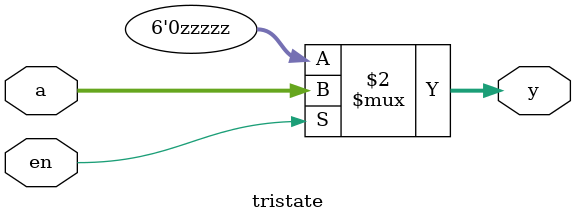
<source format=sv>
module tristate(input logic [5:0]a, input logic en, output tri [5:0]y);

assign y = en ? a : 5'bz;

endmodule 
</source>
